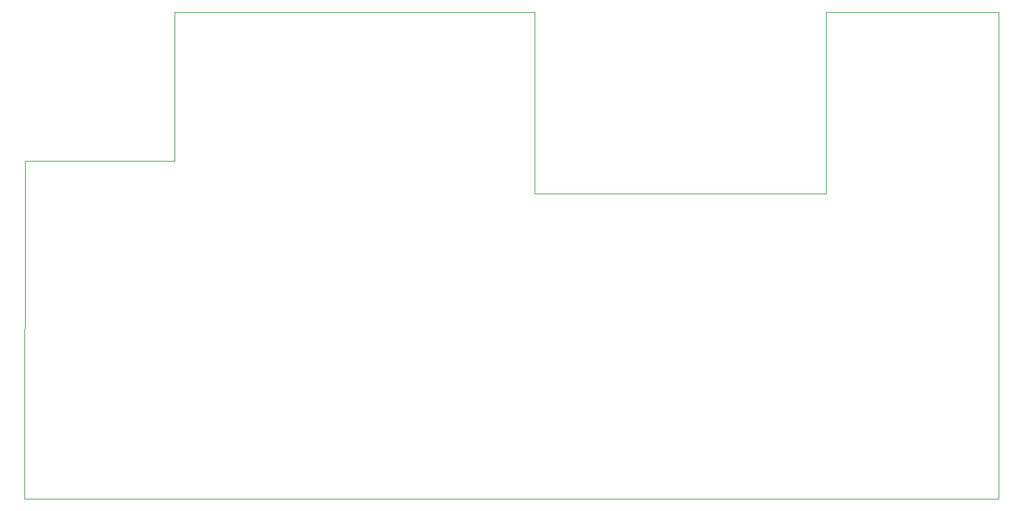
<source format=gbr>
%TF.GenerationSoftware,KiCad,Pcbnew,(5.1.9)-1*%
%TF.CreationDate,2021-02-05T08:05:51+01:00*%
%TF.ProjectId,Spotwelderix,53706f74-7765-46c6-9465-7269782e6b69,rev?*%
%TF.SameCoordinates,Original*%
%TF.FileFunction,Profile,NP*%
%FSLAX46Y46*%
G04 Gerber Fmt 4.6, Leading zero omitted, Abs format (unit mm)*
G04 Created by KiCad (PCBNEW (5.1.9)-1) date 2021-02-05 08:05:51*
%MOMM*%
%LPD*%
G01*
G04 APERTURE LIST*
%TA.AperFunction,Profile*%
%ADD10C,0.050000*%
%TD*%
G04 APERTURE END LIST*
D10*
X96000000Y-84900000D02*
X76200000Y-84900000D01*
X96000000Y-65270000D02*
X96000000Y-84900000D01*
X204670000Y-65270000D02*
X204670000Y-129520000D01*
X181920000Y-65270000D02*
X204670000Y-65270000D01*
X181920000Y-89270000D02*
X181920000Y-65270000D01*
X143420000Y-89270000D02*
X181920000Y-89270000D01*
X143420000Y-65270000D02*
X143420000Y-89270000D01*
X96000000Y-65270000D02*
X143420000Y-65270000D01*
X76170000Y-129520000D02*
X76200000Y-84900000D01*
X204670000Y-129520000D02*
X76170000Y-129520000D01*
M02*

</source>
